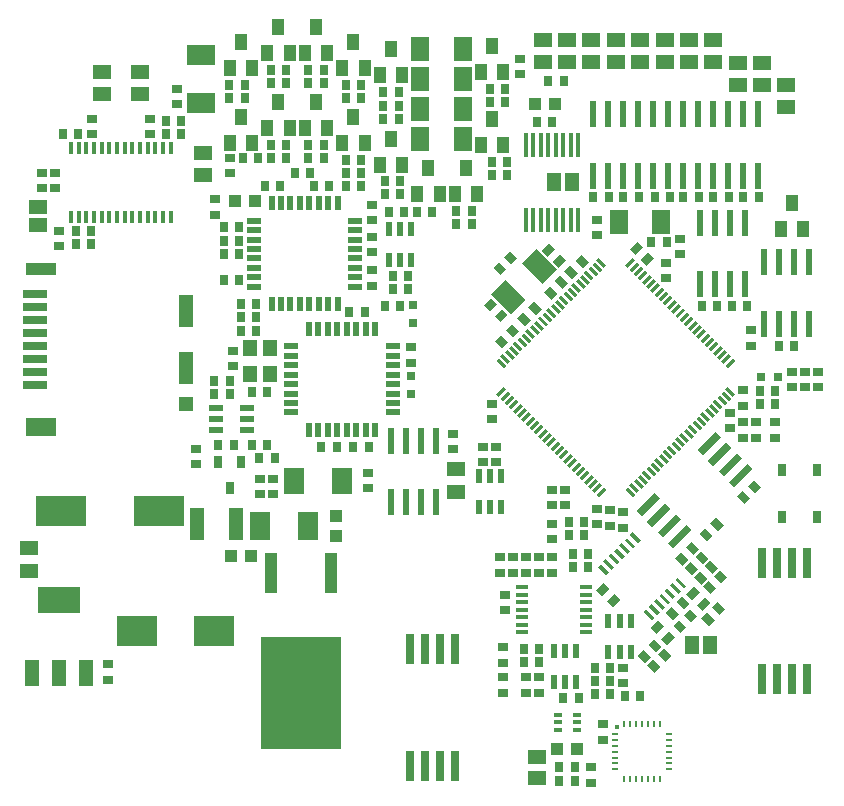
<source format=gbr>
G04 EAGLE Gerber RS-274X export*
G75*
%MOMM*%
%FSLAX34Y34*%
%LPD*%
%INSolderpaste Top*%
%IPPOS*%
%AMOC8*
5,1,8,0,0,1.08239X$1,22.5*%
G01*
%ADD10R,0.700000X0.900000*%
%ADD11R,0.900000X0.700000*%
%ADD12R,0.700000X1.000000*%
%ADD13R,1.000000X1.100000*%
%ADD14R,1.270000X0.558800*%
%ADD15R,0.558800X1.270000*%
%ADD16R,1.780000X2.160000*%
%ADD17R,0.800000X0.800000*%
%ADD18R,1.200000X2.800000*%
%ADD19R,1.200000X1.400000*%
%ADD20R,1.800000X2.400000*%
%ADD21R,1.000000X1.400000*%
%ADD22R,1.500000X1.300000*%
%ADD23R,1.500000X2.100000*%
%ADD24R,0.685800X2.540000*%
%ADD25R,0.900000X0.300000*%
%ADD26R,0.300000X0.900000*%
%ADD27R,1.700000X2.400000*%
%ADD28R,0.600000X2.200000*%
%ADD29R,1.219000X2.235000*%
%ADD30R,3.600000X2.200000*%
%ADD31R,2.200000X0.635000*%
%ADD32R,1.100000X1.000000*%
%ADD33R,0.550000X1.200000*%
%ADD34R,1.200000X0.550000*%
%ADD35R,0.990600X0.304800*%
%ADD36R,0.304800X0.990600*%
%ADD37R,1.000000X3.400000*%
%ADD38R,6.800000X9.600000*%
%ADD39R,4.300000X2.500000*%
%ADD40R,3.500000X2.500000*%
%ADD41R,2.400000X1.800000*%
%ADD42R,1.168400X1.600200*%
%ADD43R,0.560000X0.260000*%
%ADD44R,0.260000X0.560000*%
%ADD45R,0.400000X0.400000*%
%ADD46R,0.800000X0.400000*%
%ADD47R,0.750000X1.000000*%
%ADD48R,1.600200X1.168400*%
%ADD49R,2.000000X0.700000*%
%ADD50R,2.600000X1.500000*%
%ADD51R,2.600000X1.000000*%
%ADD52R,1.200000X1.200000*%
%ADD53R,1.200000X2.700000*%
%ADD54R,0.380000X2.000000*%


D10*
X236688Y523875D03*
X223688Y523875D03*
D11*
X349250Y509738D03*
X349250Y496738D03*
D10*
X297013Y592138D03*
X284013Y592138D03*
X250975Y458788D03*
X237975Y458788D03*
X339875Y581025D03*
X326875Y581025D03*
D12*
X228600Y325550D03*
X219100Y347550D03*
X238100Y347550D03*
D10*
X250975Y481013D03*
X237975Y481013D03*
D13*
X249800Y568325D03*
X232800Y568325D03*
D10*
X223688Y534988D03*
X236688Y534988D03*
X250975Y469900D03*
X237975Y469900D03*
X312888Y581025D03*
X299888Y581025D03*
D11*
X349250Y565300D03*
X349250Y552300D03*
X349250Y538313D03*
X349250Y525313D03*
D10*
X236688Y546100D03*
X223688Y546100D03*
X266850Y350838D03*
X253850Y350838D03*
D11*
X228600Y604988D03*
X228600Y591988D03*
X215900Y570063D03*
X215900Y557063D03*
D10*
X252563Y604838D03*
X239563Y604838D03*
D14*
X249174Y551875D03*
X249174Y543875D03*
X249174Y535875D03*
X249174Y527875D03*
X249174Y519875D03*
X249174Y511875D03*
X249174Y503875D03*
X249174Y495875D03*
D15*
X264100Y480949D03*
X272100Y480949D03*
X280100Y480949D03*
X288100Y480949D03*
X296100Y480949D03*
X304100Y480949D03*
X312100Y480949D03*
X320100Y480949D03*
D14*
X335026Y495875D03*
X335026Y503875D03*
X335026Y511875D03*
X335026Y519875D03*
X335026Y527875D03*
X335026Y535875D03*
X335026Y543875D03*
X335026Y551875D03*
D15*
X320100Y566801D03*
X312100Y566801D03*
X304100Y566801D03*
X296100Y566801D03*
X288100Y566801D03*
X280100Y566801D03*
X272100Y566801D03*
X264100Y566801D03*
D10*
X247500Y406400D03*
X260500Y406400D03*
D11*
X231775Y428475D03*
X231775Y441475D03*
D10*
X223688Y501650D03*
X236688Y501650D03*
X215750Y415925D03*
X228750Y415925D03*
X215750Y404813D03*
X228750Y404813D03*
D16*
X282913Y331788D03*
X323613Y331788D03*
D10*
X690713Y407988D03*
X677713Y407988D03*
D17*
X693300Y419100D03*
X678300Y419100D03*
D18*
X200988Y295275D03*
X233988Y295275D03*
D10*
X258613Y581025D03*
X271613Y581025D03*
D19*
X262500Y422388D03*
X262500Y444388D03*
X245500Y444388D03*
X245500Y422388D03*
D20*
X294888Y293688D03*
X254388Y293688D03*
D21*
X238125Y639650D03*
X247625Y617650D03*
X228625Y617650D03*
D10*
X260500Y361950D03*
X247500Y361950D03*
X231925Y361950D03*
X218925Y361950D03*
X358625Y638175D03*
X371625Y638175D03*
D22*
X596900Y685825D03*
X596900Y704825D03*
D10*
X628500Y479425D03*
X641500Y479425D03*
X653900Y479425D03*
X666900Y479425D03*
D22*
X576263Y685825D03*
X576263Y704825D03*
X534988Y685825D03*
X534988Y704825D03*
D10*
X536425Y571500D03*
X549425Y571500D03*
X561825Y571500D03*
X574825Y571500D03*
D22*
X555625Y685825D03*
X555625Y704825D03*
D10*
X228450Y655638D03*
X241450Y655638D03*
X241450Y666750D03*
X228450Y666750D03*
D21*
X238125Y703150D03*
X247625Y681150D03*
X228625Y681150D03*
D10*
X263375Y604838D03*
X276375Y604838D03*
X276375Y615950D03*
X263375Y615950D03*
D21*
X269875Y652350D03*
X279375Y630350D03*
X260375Y630350D03*
D10*
X376388Y558800D03*
X363388Y558800D03*
X400200Y558800D03*
X387200Y558800D03*
D21*
X396875Y596788D03*
X406375Y574788D03*
X387375Y574788D03*
D10*
X420538Y549275D03*
X433538Y549275D03*
X433538Y560388D03*
X420538Y560388D03*
D21*
X428625Y596788D03*
X438125Y574788D03*
X419125Y574788D03*
D10*
X360213Y574675D03*
X373213Y574675D03*
X373213Y585788D03*
X360213Y585788D03*
D21*
X365125Y620600D03*
X374625Y598600D03*
X355625Y598600D03*
D10*
X295125Y604838D03*
X308125Y604838D03*
X308125Y615950D03*
X295125Y615950D03*
D21*
X301625Y652350D03*
X311125Y630350D03*
X292125Y630350D03*
D10*
X326875Y592138D03*
X339875Y592138D03*
X339875Y603250D03*
X326875Y603250D03*
D21*
X333375Y639650D03*
X342875Y617650D03*
X323875Y617650D03*
D23*
X425988Y646113D03*
X389988Y646113D03*
X425988Y620713D03*
X389988Y620713D03*
D10*
X585638Y533400D03*
X598638Y533400D03*
X450700Y590550D03*
X463700Y590550D03*
X463700Y601663D03*
X450700Y601663D03*
D21*
X450850Y638063D03*
X460350Y616063D03*
X441350Y616063D03*
D23*
X425988Y671513D03*
X389988Y671513D03*
D10*
X449113Y652463D03*
X462113Y652463D03*
X462113Y663575D03*
X449113Y663575D03*
D21*
X450850Y699975D03*
X460350Y677975D03*
X441350Y677975D03*
D23*
X425988Y696913D03*
X389988Y696913D03*
D11*
X382588Y431650D03*
X382588Y444650D03*
D17*
X382588Y420250D03*
X382588Y405250D03*
D24*
X679450Y261938D03*
X717550Y261938D03*
X692150Y261938D03*
X704850Y261938D03*
X679450Y163513D03*
X717550Y163513D03*
X692150Y163513D03*
X704850Y163513D03*
D22*
X700088Y666725D03*
X700088Y647725D03*
D11*
X609600Y523725D03*
X609600Y536725D03*
D10*
G36*
X572547Y522815D02*
X567598Y527764D01*
X573961Y534127D01*
X578910Y529178D01*
X572547Y522815D01*
G37*
G36*
X581739Y513623D02*
X576790Y518572D01*
X583153Y524935D01*
X588102Y519986D01*
X581739Y513623D01*
G37*
G36*
X521228Y518066D02*
X526177Y523015D01*
X532540Y516652D01*
X527591Y511703D01*
X521228Y518066D01*
G37*
G36*
X512035Y508873D02*
X516984Y513822D01*
X523347Y507459D01*
X518398Y502510D01*
X512035Y508873D01*
G37*
D11*
X598488Y503088D03*
X598488Y516088D03*
D10*
G36*
X481540Y478378D02*
X486489Y483327D01*
X492852Y476964D01*
X487903Y472015D01*
X481540Y478378D01*
G37*
G36*
X472348Y469186D02*
X477297Y474135D01*
X483660Y467772D01*
X478711Y462823D01*
X472348Y469186D01*
G37*
D11*
X539750Y295125D03*
X539750Y308125D03*
X652463Y376088D03*
X652463Y389088D03*
X663575Y408138D03*
X663575Y395138D03*
X550863Y306538D03*
X550863Y293538D03*
X450850Y397025D03*
X450850Y384025D03*
D10*
G36*
X503765Y500603D02*
X508714Y505552D01*
X515077Y499189D01*
X510128Y494240D01*
X503765Y500603D01*
G37*
G36*
X494573Y491411D02*
X499522Y496360D01*
X505885Y489997D01*
X500936Y485048D01*
X494573Y491411D01*
G37*
D25*
G36*
X545584Y511873D02*
X539221Y518236D01*
X541342Y520357D01*
X547705Y513994D01*
X545584Y511873D01*
G37*
G36*
X542048Y508338D02*
X535685Y514701D01*
X537806Y516822D01*
X544169Y510459D01*
X542048Y508338D01*
G37*
G36*
X538513Y504802D02*
X532150Y511165D01*
X534271Y513286D01*
X540634Y506923D01*
X538513Y504802D01*
G37*
G36*
X534977Y501266D02*
X528614Y507629D01*
X530735Y509750D01*
X537098Y503387D01*
X534977Y501266D01*
G37*
G36*
X531442Y497731D02*
X525079Y504094D01*
X527200Y506215D01*
X533563Y499852D01*
X531442Y497731D01*
G37*
G36*
X527906Y494195D02*
X521543Y500558D01*
X523664Y502679D01*
X530027Y496316D01*
X527906Y494195D01*
G37*
G36*
X524371Y490660D02*
X518008Y497023D01*
X520129Y499144D01*
X526492Y492781D01*
X524371Y490660D01*
G37*
G36*
X520835Y487124D02*
X514472Y493487D01*
X516593Y495608D01*
X522956Y489245D01*
X520835Y487124D01*
G37*
G36*
X517299Y483589D02*
X510936Y489952D01*
X513057Y492073D01*
X519420Y485710D01*
X517299Y483589D01*
G37*
G36*
X513764Y480053D02*
X507401Y486416D01*
X509522Y488537D01*
X515885Y482174D01*
X513764Y480053D01*
G37*
G36*
X510228Y476518D02*
X503865Y482881D01*
X505986Y485002D01*
X512349Y478639D01*
X510228Y476518D01*
G37*
G36*
X506693Y472982D02*
X500330Y479345D01*
X502451Y481466D01*
X508814Y475103D01*
X506693Y472982D01*
G37*
G36*
X503157Y469447D02*
X496794Y475810D01*
X498915Y477931D01*
X505278Y471568D01*
X503157Y469447D01*
G37*
G36*
X499622Y465911D02*
X493259Y472274D01*
X495380Y474395D01*
X501743Y468032D01*
X499622Y465911D01*
G37*
G36*
X496086Y462376D02*
X489723Y468739D01*
X491844Y470860D01*
X498207Y464497D01*
X496086Y462376D01*
G37*
G36*
X492551Y458840D02*
X486188Y465203D01*
X488309Y467324D01*
X494672Y460961D01*
X492551Y458840D01*
G37*
G36*
X489015Y455305D02*
X482652Y461668D01*
X484773Y463789D01*
X491136Y457426D01*
X489015Y455305D01*
G37*
G36*
X485480Y451769D02*
X479117Y458132D01*
X481238Y460253D01*
X487601Y453890D01*
X485480Y451769D01*
G37*
G36*
X481944Y448233D02*
X475581Y454596D01*
X477702Y456717D01*
X484065Y450354D01*
X481944Y448233D01*
G37*
G36*
X478409Y444698D02*
X472046Y451061D01*
X474167Y453182D01*
X480530Y446819D01*
X478409Y444698D01*
G37*
G36*
X474873Y441162D02*
X468510Y447525D01*
X470631Y449646D01*
X476994Y443283D01*
X474873Y441162D01*
G37*
G36*
X471338Y437627D02*
X464975Y443990D01*
X467096Y446111D01*
X473459Y439748D01*
X471338Y437627D01*
G37*
G36*
X467802Y434091D02*
X461439Y440454D01*
X463560Y442575D01*
X469923Y436212D01*
X467802Y434091D01*
G37*
G36*
X464266Y430556D02*
X457903Y436919D01*
X460024Y439040D01*
X466387Y432677D01*
X464266Y430556D01*
G37*
G36*
X460731Y427020D02*
X454368Y433383D01*
X456489Y435504D01*
X462852Y429141D01*
X460731Y427020D01*
G37*
D26*
G36*
X456489Y402696D02*
X454368Y404817D01*
X460731Y411180D01*
X462852Y409059D01*
X456489Y402696D01*
G37*
G36*
X460024Y399160D02*
X457903Y401281D01*
X464266Y407644D01*
X466387Y405523D01*
X460024Y399160D01*
G37*
G36*
X463560Y395625D02*
X461439Y397746D01*
X467802Y404109D01*
X469923Y401988D01*
X463560Y395625D01*
G37*
G36*
X467096Y392089D02*
X464975Y394210D01*
X471338Y400573D01*
X473459Y398452D01*
X467096Y392089D01*
G37*
G36*
X470631Y388554D02*
X468510Y390675D01*
X474873Y397038D01*
X476994Y394917D01*
X470631Y388554D01*
G37*
G36*
X474167Y385018D02*
X472046Y387139D01*
X478409Y393502D01*
X480530Y391381D01*
X474167Y385018D01*
G37*
G36*
X477702Y381483D02*
X475581Y383604D01*
X481944Y389967D01*
X484065Y387846D01*
X477702Y381483D01*
G37*
G36*
X481238Y377947D02*
X479117Y380068D01*
X485480Y386431D01*
X487601Y384310D01*
X481238Y377947D01*
G37*
G36*
X484773Y374411D02*
X482652Y376532D01*
X489015Y382895D01*
X491136Y380774D01*
X484773Y374411D01*
G37*
G36*
X488309Y370876D02*
X486188Y372997D01*
X492551Y379360D01*
X494672Y377239D01*
X488309Y370876D01*
G37*
G36*
X491844Y367340D02*
X489723Y369461D01*
X496086Y375824D01*
X498207Y373703D01*
X491844Y367340D01*
G37*
G36*
X495380Y363805D02*
X493259Y365926D01*
X499622Y372289D01*
X501743Y370168D01*
X495380Y363805D01*
G37*
G36*
X498915Y360269D02*
X496794Y362390D01*
X503157Y368753D01*
X505278Y366632D01*
X498915Y360269D01*
G37*
G36*
X502451Y356734D02*
X500330Y358855D01*
X506693Y365218D01*
X508814Y363097D01*
X502451Y356734D01*
G37*
G36*
X505986Y353198D02*
X503865Y355319D01*
X510228Y361682D01*
X512349Y359561D01*
X505986Y353198D01*
G37*
G36*
X509522Y349663D02*
X507401Y351784D01*
X513764Y358147D01*
X515885Y356026D01*
X509522Y349663D01*
G37*
G36*
X513057Y346127D02*
X510936Y348248D01*
X517299Y354611D01*
X519420Y352490D01*
X513057Y346127D01*
G37*
G36*
X516593Y342592D02*
X514472Y344713D01*
X520835Y351076D01*
X522956Y348955D01*
X516593Y342592D01*
G37*
G36*
X520129Y339056D02*
X518008Y341177D01*
X524371Y347540D01*
X526492Y345419D01*
X520129Y339056D01*
G37*
G36*
X523664Y335521D02*
X521543Y337642D01*
X527906Y344005D01*
X530027Y341884D01*
X523664Y335521D01*
G37*
G36*
X527200Y331985D02*
X525079Y334106D01*
X531442Y340469D01*
X533563Y338348D01*
X527200Y331985D01*
G37*
G36*
X530735Y328450D02*
X528614Y330571D01*
X534977Y336934D01*
X537098Y334813D01*
X530735Y328450D01*
G37*
G36*
X534271Y324914D02*
X532150Y327035D01*
X538513Y333398D01*
X540634Y331277D01*
X534271Y324914D01*
G37*
G36*
X537806Y321378D02*
X535685Y323499D01*
X542048Y329862D01*
X544169Y327741D01*
X537806Y321378D01*
G37*
G36*
X541342Y317843D02*
X539221Y319964D01*
X545584Y326327D01*
X547705Y324206D01*
X541342Y317843D01*
G37*
D25*
G36*
X569908Y317843D02*
X563545Y324206D01*
X565666Y326327D01*
X572029Y319964D01*
X569908Y317843D01*
G37*
G36*
X573444Y321378D02*
X567081Y327741D01*
X569202Y329862D01*
X575565Y323499D01*
X573444Y321378D01*
G37*
G36*
X576979Y324914D02*
X570616Y331277D01*
X572737Y333398D01*
X579100Y327035D01*
X576979Y324914D01*
G37*
G36*
X580515Y328450D02*
X574152Y334813D01*
X576273Y336934D01*
X582636Y330571D01*
X580515Y328450D01*
G37*
G36*
X584050Y331985D02*
X577687Y338348D01*
X579808Y340469D01*
X586171Y334106D01*
X584050Y331985D01*
G37*
G36*
X587586Y335521D02*
X581223Y341884D01*
X583344Y344005D01*
X589707Y337642D01*
X587586Y335521D01*
G37*
G36*
X591121Y339056D02*
X584758Y345419D01*
X586879Y347540D01*
X593242Y341177D01*
X591121Y339056D01*
G37*
G36*
X594657Y342592D02*
X588294Y348955D01*
X590415Y351076D01*
X596778Y344713D01*
X594657Y342592D01*
G37*
G36*
X598193Y346127D02*
X591830Y352490D01*
X593951Y354611D01*
X600314Y348248D01*
X598193Y346127D01*
G37*
G36*
X601728Y349663D02*
X595365Y356026D01*
X597486Y358147D01*
X603849Y351784D01*
X601728Y349663D01*
G37*
G36*
X605264Y353198D02*
X598901Y359561D01*
X601022Y361682D01*
X607385Y355319D01*
X605264Y353198D01*
G37*
G36*
X608799Y356734D02*
X602436Y363097D01*
X604557Y365218D01*
X610920Y358855D01*
X608799Y356734D01*
G37*
G36*
X612335Y360269D02*
X605972Y366632D01*
X608093Y368753D01*
X614456Y362390D01*
X612335Y360269D01*
G37*
G36*
X615870Y363805D02*
X609507Y370168D01*
X611628Y372289D01*
X617991Y365926D01*
X615870Y363805D01*
G37*
G36*
X619406Y367340D02*
X613043Y373703D01*
X615164Y375824D01*
X621527Y369461D01*
X619406Y367340D01*
G37*
G36*
X622941Y370876D02*
X616578Y377239D01*
X618699Y379360D01*
X625062Y372997D01*
X622941Y370876D01*
G37*
G36*
X626477Y374411D02*
X620114Y380774D01*
X622235Y382895D01*
X628598Y376532D01*
X626477Y374411D01*
G37*
G36*
X630012Y377947D02*
X623649Y384310D01*
X625770Y386431D01*
X632133Y380068D01*
X630012Y377947D01*
G37*
G36*
X633548Y381483D02*
X627185Y387846D01*
X629306Y389967D01*
X635669Y383604D01*
X633548Y381483D01*
G37*
G36*
X637083Y385018D02*
X630720Y391381D01*
X632841Y393502D01*
X639204Y387139D01*
X637083Y385018D01*
G37*
G36*
X640619Y388554D02*
X634256Y394917D01*
X636377Y397038D01*
X642740Y390675D01*
X640619Y388554D01*
G37*
G36*
X644154Y392089D02*
X637791Y398452D01*
X639912Y400573D01*
X646275Y394210D01*
X644154Y392089D01*
G37*
G36*
X647690Y395625D02*
X641327Y401988D01*
X643448Y404109D01*
X649811Y397746D01*
X647690Y395625D01*
G37*
G36*
X651226Y399160D02*
X644863Y405523D01*
X646984Y407644D01*
X653347Y401281D01*
X651226Y399160D01*
G37*
G36*
X654761Y402696D02*
X648398Y409059D01*
X650519Y411180D01*
X656882Y404817D01*
X654761Y402696D01*
G37*
D26*
G36*
X650519Y427020D02*
X648398Y429141D01*
X654761Y435504D01*
X656882Y433383D01*
X650519Y427020D01*
G37*
G36*
X646984Y430556D02*
X644863Y432677D01*
X651226Y439040D01*
X653347Y436919D01*
X646984Y430556D01*
G37*
G36*
X643448Y434091D02*
X641327Y436212D01*
X647690Y442575D01*
X649811Y440454D01*
X643448Y434091D01*
G37*
G36*
X639912Y437627D02*
X637791Y439748D01*
X644154Y446111D01*
X646275Y443990D01*
X639912Y437627D01*
G37*
G36*
X636377Y441162D02*
X634256Y443283D01*
X640619Y449646D01*
X642740Y447525D01*
X636377Y441162D01*
G37*
G36*
X632841Y444698D02*
X630720Y446819D01*
X637083Y453182D01*
X639204Y451061D01*
X632841Y444698D01*
G37*
G36*
X629306Y448233D02*
X627185Y450354D01*
X633548Y456717D01*
X635669Y454596D01*
X629306Y448233D01*
G37*
G36*
X625770Y451769D02*
X623649Y453890D01*
X630012Y460253D01*
X632133Y458132D01*
X625770Y451769D01*
G37*
G36*
X622235Y455305D02*
X620114Y457426D01*
X626477Y463789D01*
X628598Y461668D01*
X622235Y455305D01*
G37*
G36*
X618699Y458840D02*
X616578Y460961D01*
X622941Y467324D01*
X625062Y465203D01*
X618699Y458840D01*
G37*
G36*
X615164Y462376D02*
X613043Y464497D01*
X619406Y470860D01*
X621527Y468739D01*
X615164Y462376D01*
G37*
G36*
X611628Y465911D02*
X609507Y468032D01*
X615870Y474395D01*
X617991Y472274D01*
X611628Y465911D01*
G37*
G36*
X608093Y469447D02*
X605972Y471568D01*
X612335Y477931D01*
X614456Y475810D01*
X608093Y469447D01*
G37*
G36*
X604557Y472982D02*
X602436Y475103D01*
X608799Y481466D01*
X610920Y479345D01*
X604557Y472982D01*
G37*
G36*
X601022Y476518D02*
X598901Y478639D01*
X605264Y485002D01*
X607385Y482881D01*
X601022Y476518D01*
G37*
G36*
X597486Y480053D02*
X595365Y482174D01*
X601728Y488537D01*
X603849Y486416D01*
X597486Y480053D01*
G37*
G36*
X593951Y483589D02*
X591830Y485710D01*
X598193Y492073D01*
X600314Y489952D01*
X593951Y483589D01*
G37*
G36*
X590415Y487124D02*
X588294Y489245D01*
X594657Y495608D01*
X596778Y493487D01*
X590415Y487124D01*
G37*
G36*
X586879Y490660D02*
X584758Y492781D01*
X591121Y499144D01*
X593242Y497023D01*
X586879Y490660D01*
G37*
G36*
X583344Y494195D02*
X581223Y496316D01*
X587586Y502679D01*
X589707Y500558D01*
X583344Y494195D01*
G37*
G36*
X579808Y497731D02*
X577687Y499852D01*
X584050Y506215D01*
X586171Y504094D01*
X579808Y497731D01*
G37*
G36*
X576273Y501266D02*
X574152Y503387D01*
X580515Y509750D01*
X582636Y507629D01*
X576273Y501266D01*
G37*
G36*
X572737Y504802D02*
X570616Y506923D01*
X576979Y513286D01*
X579100Y511165D01*
X572737Y504802D01*
G37*
G36*
X569202Y508338D02*
X567081Y510459D01*
X573444Y516822D01*
X575565Y514701D01*
X569202Y508338D01*
G37*
G36*
X565666Y511873D02*
X563545Y513994D01*
X569908Y520357D01*
X572029Y518236D01*
X565666Y511873D01*
G37*
D10*
G36*
X508541Y523347D02*
X513490Y518398D01*
X507127Y512035D01*
X502178Y516984D01*
X508541Y523347D01*
G37*
G36*
X499348Y532540D02*
X504297Y527591D01*
X497934Y521228D01*
X492985Y526177D01*
X499348Y532540D01*
G37*
G36*
X448722Y475190D02*
X443773Y480139D01*
X450136Y486502D01*
X455085Y481553D01*
X448722Y475190D01*
G37*
G36*
X457914Y465998D02*
X452965Y470947D01*
X459328Y477310D01*
X464277Y472361D01*
X457914Y465998D01*
G37*
G36*
X463022Y510634D02*
X458073Y505685D01*
X451710Y512048D01*
X456659Y516997D01*
X463022Y510634D01*
G37*
G36*
X472215Y519827D02*
X467266Y514878D01*
X460903Y521241D01*
X465852Y526190D01*
X472215Y519827D01*
G37*
D27*
G36*
X476424Y515618D02*
X488445Y527639D01*
X505414Y510670D01*
X493393Y498649D01*
X476424Y515618D01*
G37*
G36*
X450261Y489455D02*
X462282Y501476D01*
X479251Y484507D01*
X467230Y472486D01*
X450261Y489455D01*
G37*
D11*
X669925Y445938D03*
X669925Y458938D03*
D10*
X706588Y446088D03*
X693588Y446088D03*
D28*
X693738Y464538D03*
X693738Y516538D03*
X681038Y464538D03*
X706438Y464538D03*
X719138Y464538D03*
X681038Y516538D03*
X706438Y516538D03*
X719138Y516538D03*
D29*
X61028Y169035D03*
X84138Y169035D03*
X107248Y169035D03*
D30*
X84138Y231015D03*
D22*
X58738Y274613D03*
X58738Y255613D03*
D31*
G36*
X651566Y330665D02*
X667122Y346221D01*
X671612Y341731D01*
X656056Y326175D01*
X651566Y330665D01*
G37*
G36*
X642586Y339645D02*
X658142Y355201D01*
X662632Y350711D01*
X647076Y335155D01*
X642586Y339645D01*
G37*
G36*
X633605Y348626D02*
X649161Y364182D01*
X653651Y359692D01*
X638095Y344136D01*
X633605Y348626D01*
G37*
G36*
X624625Y357606D02*
X640181Y373162D01*
X644671Y368672D01*
X629115Y353116D01*
X624625Y357606D01*
G37*
G36*
X572988Y305969D02*
X588544Y321525D01*
X593034Y317035D01*
X577478Y301479D01*
X572988Y305969D01*
G37*
G36*
X581968Y296989D02*
X597524Y312545D01*
X602014Y308055D01*
X586458Y292499D01*
X581968Y296989D01*
G37*
G36*
X590949Y288008D02*
X606505Y303564D01*
X610995Y299074D01*
X595439Y283518D01*
X590949Y288008D01*
G37*
G36*
X599929Y279028D02*
X615485Y294584D01*
X619975Y290094D01*
X604419Y274538D01*
X599929Y279028D01*
G37*
D10*
G36*
X637647Y285209D02*
X632698Y280260D01*
X626335Y286623D01*
X631284Y291572D01*
X637647Y285209D01*
G37*
G36*
X646840Y294402D02*
X641891Y289453D01*
X635528Y295816D01*
X640477Y300765D01*
X646840Y294402D01*
G37*
G36*
X667278Y327566D02*
X672227Y332515D01*
X678590Y326152D01*
X673641Y321203D01*
X667278Y327566D01*
G37*
G36*
X658085Y318373D02*
X663034Y323322D01*
X669397Y316959D01*
X664448Y312010D01*
X658085Y318373D01*
G37*
G36*
X464610Y448722D02*
X459661Y443773D01*
X453298Y450136D01*
X458247Y455085D01*
X464610Y448722D01*
G37*
G36*
X473802Y457914D02*
X468853Y452965D01*
X462490Y459328D01*
X467439Y464277D01*
X473802Y457914D01*
G37*
D22*
X617538Y685825D03*
X617538Y704825D03*
D10*
X588813Y571500D03*
X601813Y571500D03*
X612625Y571500D03*
X625625Y571500D03*
D22*
X638175Y685825D03*
X638175Y704825D03*
X679450Y666775D03*
X679450Y685775D03*
D10*
X638025Y571500D03*
X651025Y571500D03*
X663425Y571500D03*
X676425Y571500D03*
D22*
X658813Y666775D03*
X658813Y685775D03*
D10*
X358625Y649288D03*
X371625Y649288D03*
X371625Y660400D03*
X358625Y660400D03*
D21*
X365125Y696800D03*
X374625Y674800D03*
X355625Y674800D03*
D10*
X326875Y655638D03*
X339875Y655638D03*
X339875Y666750D03*
X326875Y666750D03*
D21*
X333375Y703150D03*
X342875Y681150D03*
X323875Y681150D03*
D10*
X295125Y668338D03*
X308125Y668338D03*
X308125Y679450D03*
X295125Y679450D03*
D21*
X301625Y715850D03*
X311125Y693850D03*
X292125Y693850D03*
D10*
X276375Y668338D03*
X263375Y668338D03*
X276375Y679450D03*
X263375Y679450D03*
D21*
X269875Y715850D03*
X279375Y693850D03*
X260375Y693850D03*
D24*
X419100Y90488D03*
X381000Y90488D03*
X406400Y90488D03*
X393700Y90488D03*
X419100Y188913D03*
X381000Y188913D03*
X406400Y188913D03*
X393700Y188913D03*
D11*
X539750Y539600D03*
X539750Y552600D03*
X468313Y266850D03*
X468313Y253850D03*
X457200Y253850D03*
X457200Y266850D03*
X461963Y222100D03*
X461963Y235100D03*
D10*
G36*
X609072Y218534D02*
X604123Y213585D01*
X597760Y219948D01*
X602709Y224897D01*
X609072Y218534D01*
G37*
G36*
X618265Y227727D02*
X613316Y222778D01*
X606953Y229141D01*
X611902Y234090D01*
X618265Y227727D01*
G37*
D11*
X501650Y295425D03*
X501650Y282425D03*
D10*
X515788Y296863D03*
X528788Y296863D03*
X531963Y258763D03*
X518963Y258763D03*
D11*
X501650Y324000D03*
X501650Y311000D03*
X479425Y266850D03*
X479425Y253850D03*
X501650Y253850D03*
X501650Y266850D03*
D10*
X528788Y285750D03*
X515788Y285750D03*
X518963Y269875D03*
X531963Y269875D03*
D11*
X512763Y311000D03*
X512763Y324000D03*
X490538Y266850D03*
X490538Y253850D03*
D10*
X366563Y504825D03*
X379563Y504825D03*
X379563Y493713D03*
X366563Y493713D03*
G36*
X543972Y233890D02*
X539023Y238839D01*
X545386Y245202D01*
X550335Y240253D01*
X543972Y233890D01*
G37*
G36*
X553164Y224698D02*
X548215Y229647D01*
X554578Y236010D01*
X559527Y231061D01*
X553164Y224698D01*
G37*
G36*
X600616Y204260D02*
X605565Y199311D01*
X599202Y192948D01*
X594253Y197897D01*
X600616Y204260D01*
G37*
G36*
X591423Y213452D02*
X596372Y208503D01*
X590009Y202140D01*
X585060Y207089D01*
X591423Y213452D01*
G37*
G36*
X620172Y230715D02*
X615223Y235664D01*
X621586Y242027D01*
X626535Y237078D01*
X620172Y230715D01*
G37*
G36*
X629364Y221523D02*
X624415Y226472D01*
X630778Y232835D01*
X635727Y227886D01*
X629364Y221523D01*
G37*
G36*
X585260Y182022D02*
X580311Y177073D01*
X573948Y183436D01*
X578897Y188385D01*
X585260Y182022D01*
G37*
G36*
X594452Y191214D02*
X589503Y186265D01*
X583140Y192628D01*
X588089Y197577D01*
X594452Y191214D01*
G37*
X551013Y173038D03*
X538013Y173038D03*
G36*
X593197Y174084D02*
X588248Y169135D01*
X581885Y175498D01*
X586834Y180447D01*
X593197Y174084D01*
G37*
G36*
X602390Y183277D02*
X597441Y178328D01*
X591078Y184691D01*
X596027Y189640D01*
X602390Y183277D01*
G37*
G36*
X615422Y207422D02*
X610473Y202473D01*
X604110Y208836D01*
X609059Y213785D01*
X615422Y207422D01*
G37*
G36*
X624615Y216614D02*
X619666Y211665D01*
X613303Y218028D01*
X618252Y222977D01*
X624615Y216614D01*
G37*
X538013Y161925D03*
X551013Y161925D03*
D11*
X490538Y165250D03*
X490538Y152250D03*
X460375Y190650D03*
X460375Y177650D03*
D10*
X477688Y177800D03*
X490688Y177800D03*
X477688Y188913D03*
X490688Y188913D03*
D11*
X460375Y165250D03*
X460375Y152250D03*
X479425Y152250D03*
X479425Y165250D03*
X561975Y160188D03*
X561975Y173188D03*
D10*
X511025Y147638D03*
X524025Y147638D03*
X538013Y150813D03*
X551013Y150813D03*
X563413Y149225D03*
X576413Y149225D03*
X373213Y479425D03*
X360213Y479425D03*
D17*
X384175Y480575D03*
X384175Y465575D03*
D32*
X486800Y650875D03*
X503800Y650875D03*
D28*
X639763Y497875D03*
X639763Y549875D03*
X627063Y497875D03*
X652463Y497875D03*
X665163Y497875D03*
X627063Y549875D03*
X652463Y549875D03*
X665163Y549875D03*
X549275Y589950D03*
X549275Y641950D03*
X536575Y589950D03*
X561975Y589950D03*
X574675Y589950D03*
X536575Y641950D03*
X561975Y641950D03*
X574675Y641950D03*
X600075Y589950D03*
X600075Y641950D03*
X587375Y589950D03*
X612775Y589950D03*
X625475Y589950D03*
X587375Y641950D03*
X612775Y641950D03*
X625475Y641950D03*
X650875Y589950D03*
X650875Y641950D03*
X638175Y589950D03*
X663575Y589950D03*
X676275Y589950D03*
X638175Y641950D03*
X663575Y641950D03*
X676275Y641950D03*
D10*
G36*
X614890Y275178D02*
X619839Y280127D01*
X626202Y273764D01*
X621253Y268815D01*
X614890Y275178D01*
G37*
G36*
X605698Y265986D02*
X610647Y270935D01*
X617010Y264572D01*
X612061Y259623D01*
X605698Y265986D01*
G37*
G36*
X630765Y259303D02*
X635714Y264252D01*
X642077Y257889D01*
X637128Y252940D01*
X630765Y259303D01*
G37*
G36*
X621573Y250111D02*
X626522Y255060D01*
X632885Y248697D01*
X627936Y243748D01*
X621573Y250111D01*
G37*
G36*
X624947Y256634D02*
X619998Y251685D01*
X613635Y258048D01*
X618584Y262997D01*
X624947Y256634D01*
G37*
G36*
X634140Y265827D02*
X629191Y260878D01*
X622828Y267241D01*
X627777Y272190D01*
X634140Y265827D01*
G37*
G36*
X638703Y251366D02*
X643652Y256315D01*
X650015Y249952D01*
X645066Y245003D01*
X638703Y251366D01*
G37*
G36*
X629510Y242173D02*
X634459Y247122D01*
X640822Y240759D01*
X635873Y235810D01*
X629510Y242173D01*
G37*
D11*
X663575Y381150D03*
X663575Y368150D03*
X674688Y381150D03*
X674688Y368150D03*
D33*
X439763Y309263D03*
X449263Y309263D03*
X458763Y309263D03*
X458763Y335263D03*
X449263Y335263D03*
X439763Y335263D03*
D11*
X442913Y347513D03*
X442913Y360513D03*
X454025Y347513D03*
X454025Y360513D03*
D33*
X363563Y518813D03*
X373063Y518813D03*
X382563Y518813D03*
X382563Y544813D03*
X373063Y544813D03*
X363563Y544813D03*
X522263Y187625D03*
X512763Y187625D03*
X503263Y187625D03*
X503263Y161625D03*
X512763Y161625D03*
X522263Y161625D03*
X549300Y187025D03*
X558800Y187025D03*
X568300Y187025D03*
X568300Y213025D03*
X558800Y213025D03*
X549300Y213025D03*
D34*
X243188Y374675D03*
X243188Y384175D03*
X243188Y393675D03*
X217188Y393675D03*
X217188Y384175D03*
X217188Y374675D03*
D22*
X514350Y704825D03*
X514350Y685825D03*
X493713Y704825D03*
X493713Y685825D03*
D10*
X488800Y635000D03*
X501800Y635000D03*
X498325Y669925D03*
X511325Y669925D03*
D23*
X594263Y550863D03*
X558263Y550863D03*
D35*
X476060Y241300D03*
X476060Y234950D03*
X476060Y228600D03*
X476060Y222250D03*
X476060Y215900D03*
X476060Y209550D03*
X476060Y203200D03*
X530416Y241300D03*
X530416Y234950D03*
X530416Y228600D03*
X530416Y222250D03*
X530416Y215900D03*
X530416Y209550D03*
X530416Y203200D03*
D36*
G36*
X588176Y215713D02*
X586021Y213558D01*
X579018Y220561D01*
X581173Y222716D01*
X588176Y215713D01*
G37*
G36*
X592666Y220203D02*
X590511Y218048D01*
X583508Y225051D01*
X585663Y227206D01*
X592666Y220203D01*
G37*
G36*
X597157Y224693D02*
X595002Y222538D01*
X587999Y229541D01*
X590154Y231696D01*
X597157Y224693D01*
G37*
G36*
X601647Y229183D02*
X599492Y227028D01*
X592489Y234031D01*
X594644Y236186D01*
X601647Y229183D01*
G37*
G36*
X606137Y233673D02*
X603982Y231518D01*
X596979Y238521D01*
X599134Y240676D01*
X606137Y233673D01*
G37*
G36*
X610627Y238164D02*
X608472Y236009D01*
X601469Y243012D01*
X603624Y245167D01*
X610627Y238164D01*
G37*
G36*
X615117Y242654D02*
X612962Y240499D01*
X605959Y247502D01*
X608114Y249657D01*
X615117Y242654D01*
G37*
G36*
X549741Y254148D02*
X547586Y251993D01*
X540583Y258996D01*
X542738Y261151D01*
X549741Y254148D01*
G37*
G36*
X554231Y258638D02*
X552076Y256483D01*
X545073Y263486D01*
X547228Y265641D01*
X554231Y258638D01*
G37*
G36*
X558721Y263129D02*
X556566Y260974D01*
X549563Y267977D01*
X551718Y270132D01*
X558721Y263129D01*
G37*
G36*
X563211Y267619D02*
X561056Y265464D01*
X554053Y272467D01*
X556208Y274622D01*
X563211Y267619D01*
G37*
G36*
X567701Y272109D02*
X565546Y269954D01*
X558543Y276957D01*
X560698Y279112D01*
X567701Y272109D01*
G37*
G36*
X572192Y276599D02*
X570037Y274444D01*
X563034Y281447D01*
X565189Y283602D01*
X572192Y276599D01*
G37*
G36*
X576682Y281089D02*
X574527Y278934D01*
X567524Y285937D01*
X569679Y288092D01*
X576682Y281089D01*
G37*
D10*
X343050Y474663D03*
X330050Y474663D03*
X346225Y360363D03*
X333225Y360363D03*
X306238Y360363D03*
X319238Y360363D03*
D15*
X351850Y460439D03*
X343850Y460439D03*
X335850Y460439D03*
X327850Y460439D03*
X319850Y460439D03*
X311850Y460439D03*
X303850Y460439D03*
X295850Y460439D03*
D14*
X280924Y445513D03*
X280924Y437513D03*
X280924Y429513D03*
X280924Y421513D03*
X280924Y413513D03*
X280924Y405513D03*
X280924Y397513D03*
X280924Y389513D03*
D15*
X295850Y374587D03*
X303850Y374587D03*
X311850Y374587D03*
X319850Y374587D03*
X327850Y374587D03*
X335850Y374587D03*
X343850Y374587D03*
X351850Y374587D03*
D14*
X366776Y389513D03*
X366776Y397513D03*
X366776Y405513D03*
X366776Y413513D03*
X366776Y421513D03*
X366776Y429513D03*
X366776Y437513D03*
X366776Y445513D03*
D28*
X390525Y365725D03*
X390525Y313725D03*
X403225Y365725D03*
X377825Y365725D03*
X365125Y365725D03*
X403225Y313725D03*
X377825Y313725D03*
X365125Y313725D03*
D11*
X417513Y358625D03*
X417513Y371625D03*
X346075Y338288D03*
X346075Y325288D03*
X474663Y689125D03*
X474663Y676125D03*
D21*
X704850Y566625D03*
X714350Y544625D03*
X695350Y544625D03*
D13*
X319088Y285188D03*
X319088Y302188D03*
D11*
X125413Y163363D03*
X125413Y176363D03*
X561975Y304950D03*
X561975Y291950D03*
D37*
X314325Y253325D03*
X263525Y253325D03*
D38*
X288925Y152325D03*
D39*
X168500Y306388D03*
X85500Y306388D03*
D40*
X215063Y204788D03*
X150063Y204788D03*
D36*
X178775Y613378D03*
X172275Y613378D03*
X165775Y613378D03*
X159275Y613378D03*
X152775Y613378D03*
X146275Y613378D03*
X139775Y613378D03*
X133275Y613378D03*
X126775Y613378D03*
X120275Y613378D03*
X113775Y613378D03*
X107275Y613378D03*
X100775Y613378D03*
X94275Y613378D03*
X94275Y555022D03*
X100775Y555022D03*
X107275Y555022D03*
X113775Y555022D03*
X120275Y555022D03*
X126775Y555022D03*
X133275Y555022D03*
X139775Y555022D03*
X146275Y555022D03*
X152775Y555022D03*
X159275Y555022D03*
X165775Y555022D03*
X172275Y555022D03*
X178775Y555022D03*
D10*
X100163Y625475D03*
X87163Y625475D03*
D11*
X80963Y592288D03*
X80963Y579288D03*
D10*
X111275Y542925D03*
X98275Y542925D03*
X98275Y531813D03*
X111275Y531813D03*
D22*
X152400Y677838D03*
X152400Y658838D03*
X120650Y677838D03*
X120650Y658838D03*
D11*
X161131Y638325D03*
X161131Y625325D03*
X84138Y530075D03*
X84138Y543075D03*
D10*
X174475Y625475D03*
X187475Y625475D03*
X187475Y636588D03*
X174475Y636588D03*
D11*
X111919Y638325D03*
X111919Y625325D03*
D41*
X204788Y651263D03*
X204788Y691763D03*
D32*
X229625Y268288D03*
X246625Y268288D03*
D10*
X690713Y396875D03*
X677713Y396875D03*
D11*
X690563Y368150D03*
X690563Y381150D03*
X184150Y650725D03*
X184150Y663725D03*
D22*
X420688Y341288D03*
X420688Y322288D03*
D42*
X619907Y192552D03*
X635147Y192552D03*
D10*
G36*
X637115Y224378D02*
X642064Y229327D01*
X648427Y222964D01*
X643478Y218015D01*
X637115Y224378D01*
G37*
G36*
X627923Y215186D02*
X632872Y220135D01*
X639235Y213772D01*
X634286Y208823D01*
X627923Y215186D01*
G37*
D42*
X518795Y584200D03*
X503555Y584200D03*
D10*
X520850Y77788D03*
X507850Y77788D03*
D22*
X488950Y80400D03*
X488950Y97400D03*
D11*
X534988Y89050D03*
X534988Y76050D03*
D32*
X505850Y104775D03*
X522850Y104775D03*
D10*
X507850Y88900D03*
X520850Y88900D03*
D11*
X544513Y125563D03*
X544513Y112563D03*
D43*
X554784Y117304D03*
X554784Y112304D03*
X554784Y107304D03*
X554784Y102304D03*
X554784Y97304D03*
X554784Y92304D03*
X554784Y87304D03*
D44*
X562784Y79304D03*
X567784Y79304D03*
X572784Y79304D03*
X577784Y79304D03*
X582784Y79304D03*
X587784Y79304D03*
X592784Y79304D03*
D43*
X600784Y87304D03*
X600784Y92304D03*
X600784Y97304D03*
X600784Y102304D03*
X600784Y107304D03*
X600784Y112304D03*
X600784Y117304D03*
D44*
X592784Y125304D03*
X587784Y125304D03*
X582784Y125304D03*
X577784Y125304D03*
X572784Y125304D03*
X567784Y125304D03*
X562784Y125304D03*
D45*
X556784Y123304D03*
D46*
X522350Y120500D03*
X522350Y127000D03*
X522350Y133500D03*
X506350Y133500D03*
X506350Y127000D03*
X506350Y120500D03*
D47*
X726200Y340675D03*
X726200Y300675D03*
X696200Y340675D03*
X696200Y300675D03*
D22*
X206375Y590575D03*
X206375Y609575D03*
D11*
X69850Y592288D03*
X69850Y579288D03*
D48*
X66675Y563245D03*
X66675Y548005D03*
D49*
X63975Y412750D03*
X63975Y423750D03*
X63975Y434750D03*
X63975Y445750D03*
X63975Y456750D03*
X63975Y467750D03*
X63975Y478750D03*
X63975Y489750D03*
D50*
X68975Y377250D03*
D51*
X68975Y510750D03*
D52*
X191975Y396250D03*
D53*
X191975Y426750D03*
X191975Y475750D03*
D54*
X479425Y552675D03*
X485775Y552675D03*
X492125Y552675D03*
X498475Y552675D03*
X504825Y552675D03*
X511175Y552675D03*
X517525Y552675D03*
X523875Y552675D03*
X523875Y615725D03*
X517525Y615725D03*
X511175Y615725D03*
X504825Y615725D03*
X498475Y615725D03*
X492125Y615725D03*
X485775Y615725D03*
X479425Y615725D03*
D11*
X704850Y411013D03*
X704850Y424013D03*
X715963Y411013D03*
X715963Y424013D03*
X200025Y358925D03*
X200025Y345925D03*
X727075Y411013D03*
X727075Y424013D03*
X254000Y333525D03*
X254000Y320525D03*
X265113Y333525D03*
X265113Y320525D03*
M02*

</source>
